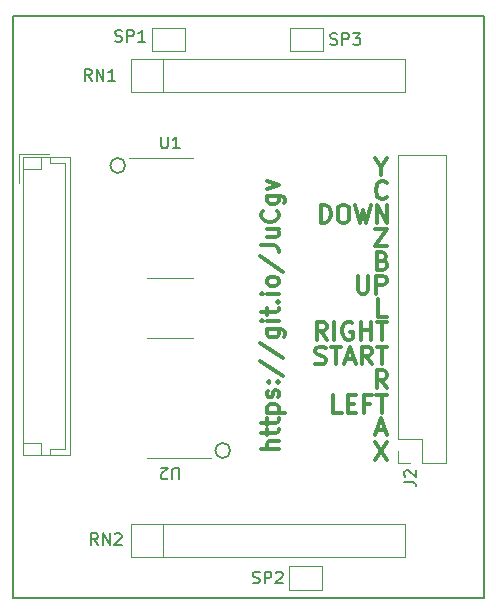
<source format=gbr>
%TF.GenerationSoftware,KiCad,Pcbnew,(5.1.10)-1*%
%TF.CreationDate,2021-09-08T09:18:34-03:00*%
%TF.ProjectId,SSC,5353432e-6b69-4636-9164-5f7063625858,rev?*%
%TF.SameCoordinates,Original*%
%TF.FileFunction,Legend,Top*%
%TF.FilePolarity,Positive*%
%FSLAX46Y46*%
G04 Gerber Fmt 4.6, Leading zero omitted, Abs format (unit mm)*
G04 Created by KiCad (PCBNEW (5.1.10)-1) date 2021-09-08 09:18:34*
%MOMM*%
%LPD*%
G01*
G04 APERTURE LIST*
%ADD10C,0.300000*%
%TA.AperFunction,Profile*%
%ADD11C,0.150000*%
%TD*%
%ADD12C,0.150000*%
%ADD13C,0.120000*%
G04 APERTURE END LIST*
D10*
X136822571Y-77325714D02*
X135322571Y-77325714D01*
X136822571Y-76682857D02*
X136036857Y-76682857D01*
X135894000Y-76754285D01*
X135822571Y-76897142D01*
X135822571Y-77111428D01*
X135894000Y-77254285D01*
X135965428Y-77325714D01*
X135822571Y-76182857D02*
X135822571Y-75611428D01*
X135322571Y-75968571D02*
X136608285Y-75968571D01*
X136751142Y-75897142D01*
X136822571Y-75754285D01*
X136822571Y-75611428D01*
X135822571Y-75325714D02*
X135822571Y-74754285D01*
X135322571Y-75111428D02*
X136608285Y-75111428D01*
X136751142Y-75040000D01*
X136822571Y-74897142D01*
X136822571Y-74754285D01*
X135822571Y-74254285D02*
X137322571Y-74254285D01*
X135894000Y-74254285D02*
X135822571Y-74111428D01*
X135822571Y-73825714D01*
X135894000Y-73682857D01*
X135965428Y-73611428D01*
X136108285Y-73540000D01*
X136536857Y-73540000D01*
X136679714Y-73611428D01*
X136751142Y-73682857D01*
X136822571Y-73825714D01*
X136822571Y-74111428D01*
X136751142Y-74254285D01*
X136751142Y-72968571D02*
X136822571Y-72825714D01*
X136822571Y-72540000D01*
X136751142Y-72397142D01*
X136608285Y-72325714D01*
X136536857Y-72325714D01*
X136394000Y-72397142D01*
X136322571Y-72540000D01*
X136322571Y-72754285D01*
X136251142Y-72897142D01*
X136108285Y-72968571D01*
X136036857Y-72968571D01*
X135894000Y-72897142D01*
X135822571Y-72754285D01*
X135822571Y-72540000D01*
X135894000Y-72397142D01*
X136679714Y-71682857D02*
X136751142Y-71611428D01*
X136822571Y-71682857D01*
X136751142Y-71754285D01*
X136679714Y-71682857D01*
X136822571Y-71682857D01*
X135894000Y-71682857D02*
X135965428Y-71611428D01*
X136036857Y-71682857D01*
X135965428Y-71754285D01*
X135894000Y-71682857D01*
X136036857Y-71682857D01*
X135251142Y-69897142D02*
X137179714Y-71182857D01*
X135251142Y-68325714D02*
X137179714Y-69611428D01*
X135822571Y-67182857D02*
X137036857Y-67182857D01*
X137179714Y-67254285D01*
X137251142Y-67325714D01*
X137322571Y-67468571D01*
X137322571Y-67682857D01*
X137251142Y-67825714D01*
X136751142Y-67182857D02*
X136822571Y-67325714D01*
X136822571Y-67611428D01*
X136751142Y-67754285D01*
X136679714Y-67825714D01*
X136536857Y-67897142D01*
X136108285Y-67897142D01*
X135965428Y-67825714D01*
X135894000Y-67754285D01*
X135822571Y-67611428D01*
X135822571Y-67325714D01*
X135894000Y-67182857D01*
X136822571Y-66468571D02*
X135822571Y-66468571D01*
X135322571Y-66468571D02*
X135394000Y-66540000D01*
X135465428Y-66468571D01*
X135394000Y-66397142D01*
X135322571Y-66468571D01*
X135465428Y-66468571D01*
X135822571Y-65968571D02*
X135822571Y-65397142D01*
X135322571Y-65754285D02*
X136608285Y-65754285D01*
X136751142Y-65682857D01*
X136822571Y-65540000D01*
X136822571Y-65397142D01*
X136679714Y-64897142D02*
X136751142Y-64825714D01*
X136822571Y-64897142D01*
X136751142Y-64968571D01*
X136679714Y-64897142D01*
X136822571Y-64897142D01*
X136822571Y-64182857D02*
X135822571Y-64182857D01*
X135322571Y-64182857D02*
X135394000Y-64254285D01*
X135465428Y-64182857D01*
X135394000Y-64111428D01*
X135322571Y-64182857D01*
X135465428Y-64182857D01*
X136822571Y-63254285D02*
X136751142Y-63397142D01*
X136679714Y-63468571D01*
X136536857Y-63540000D01*
X136108285Y-63540000D01*
X135965428Y-63468571D01*
X135894000Y-63397142D01*
X135822571Y-63254285D01*
X135822571Y-63040000D01*
X135894000Y-62897142D01*
X135965428Y-62825714D01*
X136108285Y-62754285D01*
X136536857Y-62754285D01*
X136679714Y-62825714D01*
X136751142Y-62897142D01*
X136822571Y-63040000D01*
X136822571Y-63254285D01*
X135251142Y-61040000D02*
X137179714Y-62325714D01*
X135322571Y-60111428D02*
X136394000Y-60111428D01*
X136608285Y-60182857D01*
X136751142Y-60325714D01*
X136822571Y-60540000D01*
X136822571Y-60682857D01*
X135822571Y-58754285D02*
X136822571Y-58754285D01*
X135822571Y-59397142D02*
X136608285Y-59397142D01*
X136751142Y-59325714D01*
X136822571Y-59182857D01*
X136822571Y-58968571D01*
X136751142Y-58825714D01*
X136679714Y-58754285D01*
X136679714Y-57182857D02*
X136751142Y-57254285D01*
X136822571Y-57468571D01*
X136822571Y-57611428D01*
X136751142Y-57825714D01*
X136608285Y-57968571D01*
X136465428Y-58040000D01*
X136179714Y-58111428D01*
X135965428Y-58111428D01*
X135679714Y-58040000D01*
X135536857Y-57968571D01*
X135394000Y-57825714D01*
X135322571Y-57611428D01*
X135322571Y-57468571D01*
X135394000Y-57254285D01*
X135465428Y-57182857D01*
X135822571Y-55897142D02*
X137036857Y-55897142D01*
X137179714Y-55968571D01*
X137251142Y-56040000D01*
X137322571Y-56182857D01*
X137322571Y-56397142D01*
X137251142Y-56540000D01*
X136751142Y-55897142D02*
X136822571Y-56040000D01*
X136822571Y-56325714D01*
X136751142Y-56468571D01*
X136679714Y-56540000D01*
X136536857Y-56611428D01*
X136108285Y-56611428D01*
X135965428Y-56540000D01*
X135894000Y-56468571D01*
X135822571Y-56325714D01*
X135822571Y-56040000D01*
X135894000Y-55897142D01*
X135822571Y-55325714D02*
X136822571Y-54968571D01*
X135822571Y-54611428D01*
X145500000Y-53464285D02*
X145500000Y-54178571D01*
X145000000Y-52678571D02*
X145500000Y-53464285D01*
X146000000Y-52678571D01*
X140378571Y-58178571D02*
X140378571Y-56678571D01*
X140735714Y-56678571D01*
X140950000Y-56750000D01*
X141092857Y-56892857D01*
X141164285Y-57035714D01*
X141235714Y-57321428D01*
X141235714Y-57535714D01*
X141164285Y-57821428D01*
X141092857Y-57964285D01*
X140950000Y-58107142D01*
X140735714Y-58178571D01*
X140378571Y-58178571D01*
X142164285Y-56678571D02*
X142450000Y-56678571D01*
X142592857Y-56750000D01*
X142735714Y-56892857D01*
X142807142Y-57178571D01*
X142807142Y-57678571D01*
X142735714Y-57964285D01*
X142592857Y-58107142D01*
X142450000Y-58178571D01*
X142164285Y-58178571D01*
X142021428Y-58107142D01*
X141878571Y-57964285D01*
X141807142Y-57678571D01*
X141807142Y-57178571D01*
X141878571Y-56892857D01*
X142021428Y-56750000D01*
X142164285Y-56678571D01*
X143307142Y-56678571D02*
X143664285Y-58178571D01*
X143950000Y-57107142D01*
X144235714Y-58178571D01*
X144592857Y-56678571D01*
X145164285Y-58178571D02*
X145164285Y-56678571D01*
X146021428Y-58178571D01*
X146021428Y-56678571D01*
X145964285Y-56035714D02*
X145892857Y-56107142D01*
X145678571Y-56178571D01*
X145535714Y-56178571D01*
X145321428Y-56107142D01*
X145178571Y-55964285D01*
X145107142Y-55821428D01*
X145035714Y-55535714D01*
X145035714Y-55321428D01*
X145107142Y-55035714D01*
X145178571Y-54892857D01*
X145321428Y-54750000D01*
X145535714Y-54678571D01*
X145678571Y-54678571D01*
X145892857Y-54750000D01*
X145964285Y-54821428D01*
X143521428Y-62678571D02*
X143521428Y-63892857D01*
X143592857Y-64035714D01*
X143664285Y-64107142D01*
X143807142Y-64178571D01*
X144092857Y-64178571D01*
X144235714Y-64107142D01*
X144307142Y-64035714D01*
X144378571Y-63892857D01*
X144378571Y-62678571D01*
X145092857Y-64178571D02*
X145092857Y-62678571D01*
X145664285Y-62678571D01*
X145807142Y-62750000D01*
X145878571Y-62821428D01*
X145950000Y-62964285D01*
X145950000Y-63178571D01*
X145878571Y-63321428D01*
X145807142Y-63392857D01*
X145664285Y-63464285D01*
X145092857Y-63464285D01*
X145000000Y-58678571D02*
X146000000Y-58678571D01*
X145000000Y-60178571D01*
X146000000Y-60178571D01*
X145964285Y-66178571D02*
X145250000Y-66178571D01*
X145250000Y-64678571D01*
X145607142Y-61392857D02*
X145821428Y-61464285D01*
X145892857Y-61535714D01*
X145964285Y-61678571D01*
X145964285Y-61892857D01*
X145892857Y-62035714D01*
X145821428Y-62107142D01*
X145678571Y-62178571D01*
X145107142Y-62178571D01*
X145107142Y-60678571D01*
X145607142Y-60678571D01*
X145750000Y-60750000D01*
X145821428Y-60821428D01*
X145892857Y-60964285D01*
X145892857Y-61107142D01*
X145821428Y-61250000D01*
X145750000Y-61321428D01*
X145607142Y-61392857D01*
X145107142Y-61392857D01*
X139935714Y-70107142D02*
X140150000Y-70178571D01*
X140507142Y-70178571D01*
X140650000Y-70107142D01*
X140721428Y-70035714D01*
X140792857Y-69892857D01*
X140792857Y-69750000D01*
X140721428Y-69607142D01*
X140650000Y-69535714D01*
X140507142Y-69464285D01*
X140221428Y-69392857D01*
X140078571Y-69321428D01*
X140007142Y-69250000D01*
X139935714Y-69107142D01*
X139935714Y-68964285D01*
X140007142Y-68821428D01*
X140078571Y-68750000D01*
X140221428Y-68678571D01*
X140578571Y-68678571D01*
X140792857Y-68750000D01*
X141221428Y-68678571D02*
X142078571Y-68678571D01*
X141650000Y-70178571D02*
X141650000Y-68678571D01*
X142507142Y-69750000D02*
X143221428Y-69750000D01*
X142364285Y-70178571D02*
X142864285Y-68678571D01*
X143364285Y-70178571D01*
X144721428Y-70178571D02*
X144221428Y-69464285D01*
X143864285Y-70178571D02*
X143864285Y-68678571D01*
X144435714Y-68678571D01*
X144578571Y-68750000D01*
X144650000Y-68821428D01*
X144721428Y-68964285D01*
X144721428Y-69178571D01*
X144650000Y-69321428D01*
X144578571Y-69392857D01*
X144435714Y-69464285D01*
X143864285Y-69464285D01*
X145150000Y-68678571D02*
X146007142Y-68678571D01*
X145578571Y-70178571D02*
X145578571Y-68678571D01*
X145964285Y-72178571D02*
X145464285Y-71464285D01*
X145107142Y-72178571D02*
X145107142Y-70678571D01*
X145678571Y-70678571D01*
X145821428Y-70750000D01*
X145892857Y-70821428D01*
X145964285Y-70964285D01*
X145964285Y-71178571D01*
X145892857Y-71321428D01*
X145821428Y-71392857D01*
X145678571Y-71464285D01*
X145107142Y-71464285D01*
X140900000Y-68078571D02*
X140400000Y-67364285D01*
X140042857Y-68078571D02*
X140042857Y-66578571D01*
X140614285Y-66578571D01*
X140757142Y-66650000D01*
X140828571Y-66721428D01*
X140900000Y-66864285D01*
X140900000Y-67078571D01*
X140828571Y-67221428D01*
X140757142Y-67292857D01*
X140614285Y-67364285D01*
X140042857Y-67364285D01*
X141542857Y-68078571D02*
X141542857Y-66578571D01*
X143042857Y-66650000D02*
X142900000Y-66578571D01*
X142685714Y-66578571D01*
X142471428Y-66650000D01*
X142328571Y-66792857D01*
X142257142Y-66935714D01*
X142185714Y-67221428D01*
X142185714Y-67435714D01*
X142257142Y-67721428D01*
X142328571Y-67864285D01*
X142471428Y-68007142D01*
X142685714Y-68078571D01*
X142828571Y-68078571D01*
X143042857Y-68007142D01*
X143114285Y-67935714D01*
X143114285Y-67435714D01*
X142828571Y-67435714D01*
X143757142Y-68078571D02*
X143757142Y-66578571D01*
X143757142Y-67292857D02*
X144614285Y-67292857D01*
X144614285Y-68078571D02*
X144614285Y-66578571D01*
X145114285Y-66578571D02*
X145971428Y-66578571D01*
X145542857Y-68078571D02*
X145542857Y-66578571D01*
X142171428Y-74278571D02*
X141457142Y-74278571D01*
X141457142Y-72778571D01*
X142671428Y-73492857D02*
X143171428Y-73492857D01*
X143385714Y-74278571D02*
X142671428Y-74278571D01*
X142671428Y-72778571D01*
X143385714Y-72778571D01*
X144528571Y-73492857D02*
X144028571Y-73492857D01*
X144028571Y-74278571D02*
X144028571Y-72778571D01*
X144742857Y-72778571D01*
X145100000Y-72778571D02*
X145957142Y-72778571D01*
X145528571Y-74278571D02*
X145528571Y-72778571D01*
X145142857Y-75750000D02*
X145857142Y-75750000D01*
X145000000Y-76178571D02*
X145500000Y-74678571D01*
X146000000Y-76178571D01*
X145000000Y-76778571D02*
X146000000Y-78278571D01*
X146000000Y-76778571D02*
X145000000Y-78278571D01*
D11*
X154178000Y-40640000D02*
X114300000Y-40640000D01*
X154178000Y-89916000D02*
X154178000Y-40640000D01*
X114300000Y-89916000D02*
X154178000Y-89916000D01*
X114300000Y-89408000D02*
X114300000Y-89916000D01*
X114300000Y-40640000D02*
X114300000Y-89408000D01*
D12*
X123825000Y-53340000D02*
G75*
G03*
X123825000Y-53340000I-635000J0D01*
G01*
X132715000Y-77470000D02*
G75*
G03*
X132715000Y-77470000I-635000J0D01*
G01*
D13*
%TO.C,J1*%
X119185000Y-52635000D02*
X115165000Y-52635000D01*
X115165000Y-52635000D02*
X115165000Y-77855000D01*
X115165000Y-77855000D02*
X119185000Y-77855000D01*
X119185000Y-77855000D02*
X119185000Y-52635000D01*
X117475000Y-52635000D02*
X117475000Y-53135000D01*
X117475000Y-53135000D02*
X118685000Y-53135000D01*
X118685000Y-53135000D02*
X118685000Y-77355000D01*
X118685000Y-77355000D02*
X117475000Y-77355000D01*
X117475000Y-77355000D02*
X117475000Y-77855000D01*
X116665000Y-52635000D02*
X116665000Y-53635000D01*
X116665000Y-53635000D02*
X115165000Y-53635000D01*
X116665000Y-77855000D02*
X116665000Y-76855000D01*
X116665000Y-76855000D02*
X115165000Y-76855000D01*
X117365000Y-52335000D02*
X114865000Y-52335000D01*
X114865000Y-52335000D02*
X114865000Y-54835000D01*
%TO.C,U2*%
X127635000Y-67965000D02*
X125685000Y-67965000D01*
X127635000Y-67965000D02*
X129585000Y-67965000D01*
X127635000Y-78085000D02*
X125685000Y-78085000D01*
X127635000Y-78085000D02*
X131085000Y-78085000D01*
%TO.C,U1*%
X127635000Y-62845000D02*
X129585000Y-62845000D01*
X127635000Y-62845000D02*
X125685000Y-62845000D01*
X127635000Y-52725000D02*
X129585000Y-52725000D01*
X127635000Y-52725000D02*
X124185000Y-52725000D01*
%TO.C,J2*%
X151015000Y-78530000D02*
X148955000Y-78530000D01*
X151015000Y-78530000D02*
X151015000Y-52410000D01*
X151015000Y-52410000D02*
X146895000Y-52410000D01*
X146895000Y-76470000D02*
X146895000Y-52410000D01*
X148955000Y-76470000D02*
X146895000Y-76470000D01*
X148955000Y-78530000D02*
X148955000Y-76470000D01*
X146895000Y-78530000D02*
X146895000Y-77470000D01*
X147955000Y-78530000D02*
X146895000Y-78530000D01*
%TO.C,SP3*%
X137792000Y-43672000D02*
X137792000Y-41672000D01*
X140592000Y-43672000D02*
X137792000Y-43672000D01*
X140592000Y-41672000D02*
X140592000Y-43672000D01*
X137792000Y-41672000D02*
X140592000Y-41672000D01*
%TO.C,SP2*%
X137665000Y-89265000D02*
X137665000Y-87265000D01*
X140465000Y-89265000D02*
X137665000Y-89265000D01*
X140465000Y-87265000D02*
X140465000Y-89265000D01*
X137665000Y-87265000D02*
X140465000Y-87265000D01*
%TO.C,SP1*%
X128908000Y-41672000D02*
X128908000Y-43672000D01*
X126108000Y-41672000D02*
X128908000Y-41672000D01*
X126108000Y-43672000D02*
X126108000Y-41672000D01*
X128908000Y-43672000D02*
X126108000Y-43672000D01*
%TO.C,RN2*%
X124290000Y-83690000D02*
X124290000Y-86490000D01*
X124290000Y-86490000D02*
X147490000Y-86490000D01*
X147490000Y-86490000D02*
X147490000Y-83690000D01*
X147490000Y-83690000D02*
X124290000Y-83690000D01*
X127000000Y-83690000D02*
X127000000Y-86490000D01*
%TO.C,RN1*%
X124290000Y-44320000D02*
X124290000Y-47120000D01*
X124290000Y-47120000D02*
X147490000Y-47120000D01*
X147490000Y-47120000D02*
X147490000Y-44320000D01*
X147490000Y-44320000D02*
X124290000Y-44320000D01*
X127000000Y-44320000D02*
X127000000Y-47120000D01*
%TD*%
%TO.C,U2*%
D12*
X128396904Y-79922619D02*
X128396904Y-79113095D01*
X128349285Y-79017857D01*
X128301666Y-78970238D01*
X128206428Y-78922619D01*
X128015952Y-78922619D01*
X127920714Y-78970238D01*
X127873095Y-79017857D01*
X127825476Y-79113095D01*
X127825476Y-79922619D01*
X127396904Y-79827380D02*
X127349285Y-79875000D01*
X127254047Y-79922619D01*
X127015952Y-79922619D01*
X126920714Y-79875000D01*
X126873095Y-79827380D01*
X126825476Y-79732142D01*
X126825476Y-79636904D01*
X126873095Y-79494047D01*
X127444523Y-78922619D01*
X126825476Y-78922619D01*
%TO.C,U1*%
X126873095Y-50887380D02*
X126873095Y-51696904D01*
X126920714Y-51792142D01*
X126968333Y-51839761D01*
X127063571Y-51887380D01*
X127254047Y-51887380D01*
X127349285Y-51839761D01*
X127396904Y-51792142D01*
X127444523Y-51696904D01*
X127444523Y-50887380D01*
X128444523Y-51887380D02*
X127873095Y-51887380D01*
X128158809Y-51887380D02*
X128158809Y-50887380D01*
X128063571Y-51030238D01*
X127968333Y-51125476D01*
X127873095Y-51173095D01*
%TO.C,J2*%
X147452380Y-80133333D02*
X148166666Y-80133333D01*
X148309523Y-80180952D01*
X148404761Y-80276190D01*
X148452380Y-80419047D01*
X148452380Y-80514285D01*
X147547619Y-79704761D02*
X147500000Y-79657142D01*
X147452380Y-79561904D01*
X147452380Y-79323809D01*
X147500000Y-79228571D01*
X147547619Y-79180952D01*
X147642857Y-79133333D01*
X147738095Y-79133333D01*
X147880952Y-79180952D01*
X148452380Y-79752380D01*
X148452380Y-79133333D01*
%TO.C,SP3*%
X141195095Y-43076761D02*
X141337952Y-43124380D01*
X141576047Y-43124380D01*
X141671285Y-43076761D01*
X141718904Y-43029142D01*
X141766523Y-42933904D01*
X141766523Y-42838666D01*
X141718904Y-42743428D01*
X141671285Y-42695809D01*
X141576047Y-42648190D01*
X141385571Y-42600571D01*
X141290333Y-42552952D01*
X141242714Y-42505333D01*
X141195095Y-42410095D01*
X141195095Y-42314857D01*
X141242714Y-42219619D01*
X141290333Y-42172000D01*
X141385571Y-42124380D01*
X141623666Y-42124380D01*
X141766523Y-42172000D01*
X142195095Y-43124380D02*
X142195095Y-42124380D01*
X142576047Y-42124380D01*
X142671285Y-42172000D01*
X142718904Y-42219619D01*
X142766523Y-42314857D01*
X142766523Y-42457714D01*
X142718904Y-42552952D01*
X142671285Y-42600571D01*
X142576047Y-42648190D01*
X142195095Y-42648190D01*
X143099857Y-42124380D02*
X143718904Y-42124380D01*
X143385571Y-42505333D01*
X143528428Y-42505333D01*
X143623666Y-42552952D01*
X143671285Y-42600571D01*
X143718904Y-42695809D01*
X143718904Y-42933904D01*
X143671285Y-43029142D01*
X143623666Y-43076761D01*
X143528428Y-43124380D01*
X143242714Y-43124380D01*
X143147476Y-43076761D01*
X143099857Y-43029142D01*
%TO.C,SP2*%
X134628095Y-88669761D02*
X134770952Y-88717380D01*
X135009047Y-88717380D01*
X135104285Y-88669761D01*
X135151904Y-88622142D01*
X135199523Y-88526904D01*
X135199523Y-88431666D01*
X135151904Y-88336428D01*
X135104285Y-88288809D01*
X135009047Y-88241190D01*
X134818571Y-88193571D01*
X134723333Y-88145952D01*
X134675714Y-88098333D01*
X134628095Y-88003095D01*
X134628095Y-87907857D01*
X134675714Y-87812619D01*
X134723333Y-87765000D01*
X134818571Y-87717380D01*
X135056666Y-87717380D01*
X135199523Y-87765000D01*
X135628095Y-88717380D02*
X135628095Y-87717380D01*
X136009047Y-87717380D01*
X136104285Y-87765000D01*
X136151904Y-87812619D01*
X136199523Y-87907857D01*
X136199523Y-88050714D01*
X136151904Y-88145952D01*
X136104285Y-88193571D01*
X136009047Y-88241190D01*
X135628095Y-88241190D01*
X136580476Y-87812619D02*
X136628095Y-87765000D01*
X136723333Y-87717380D01*
X136961428Y-87717380D01*
X137056666Y-87765000D01*
X137104285Y-87812619D01*
X137151904Y-87907857D01*
X137151904Y-88003095D01*
X137104285Y-88145952D01*
X136532857Y-88717380D01*
X137151904Y-88717380D01*
%TO.C,SP1*%
X122981095Y-42814761D02*
X123123952Y-42862380D01*
X123362047Y-42862380D01*
X123457285Y-42814761D01*
X123504904Y-42767142D01*
X123552523Y-42671904D01*
X123552523Y-42576666D01*
X123504904Y-42481428D01*
X123457285Y-42433809D01*
X123362047Y-42386190D01*
X123171571Y-42338571D01*
X123076333Y-42290952D01*
X123028714Y-42243333D01*
X122981095Y-42148095D01*
X122981095Y-42052857D01*
X123028714Y-41957619D01*
X123076333Y-41910000D01*
X123171571Y-41862380D01*
X123409666Y-41862380D01*
X123552523Y-41910000D01*
X123981095Y-42862380D02*
X123981095Y-41862380D01*
X124362047Y-41862380D01*
X124457285Y-41910000D01*
X124504904Y-41957619D01*
X124552523Y-42052857D01*
X124552523Y-42195714D01*
X124504904Y-42290952D01*
X124457285Y-42338571D01*
X124362047Y-42386190D01*
X123981095Y-42386190D01*
X125504904Y-42862380D02*
X124933476Y-42862380D01*
X125219190Y-42862380D02*
X125219190Y-41862380D01*
X125123952Y-42005238D01*
X125028714Y-42100476D01*
X124933476Y-42148095D01*
%TO.C,RN2*%
X121513523Y-85476380D02*
X121180190Y-85000190D01*
X120942095Y-85476380D02*
X120942095Y-84476380D01*
X121323047Y-84476380D01*
X121418285Y-84524000D01*
X121465904Y-84571619D01*
X121513523Y-84666857D01*
X121513523Y-84809714D01*
X121465904Y-84904952D01*
X121418285Y-84952571D01*
X121323047Y-85000190D01*
X120942095Y-85000190D01*
X121942095Y-85476380D02*
X121942095Y-84476380D01*
X122513523Y-85476380D01*
X122513523Y-84476380D01*
X122942095Y-84571619D02*
X122989714Y-84524000D01*
X123084952Y-84476380D01*
X123323047Y-84476380D01*
X123418285Y-84524000D01*
X123465904Y-84571619D01*
X123513523Y-84666857D01*
X123513523Y-84762095D01*
X123465904Y-84904952D01*
X122894476Y-85476380D01*
X123513523Y-85476380D01*
%TO.C,RN1*%
X120975523Y-46172380D02*
X120642190Y-45696190D01*
X120404095Y-46172380D02*
X120404095Y-45172380D01*
X120785047Y-45172380D01*
X120880285Y-45220000D01*
X120927904Y-45267619D01*
X120975523Y-45362857D01*
X120975523Y-45505714D01*
X120927904Y-45600952D01*
X120880285Y-45648571D01*
X120785047Y-45696190D01*
X120404095Y-45696190D01*
X121404095Y-46172380D02*
X121404095Y-45172380D01*
X121975523Y-46172380D01*
X121975523Y-45172380D01*
X122975523Y-46172380D02*
X122404095Y-46172380D01*
X122689809Y-46172380D02*
X122689809Y-45172380D01*
X122594571Y-45315238D01*
X122499333Y-45410476D01*
X122404095Y-45458095D01*
%TD*%
M02*

</source>
